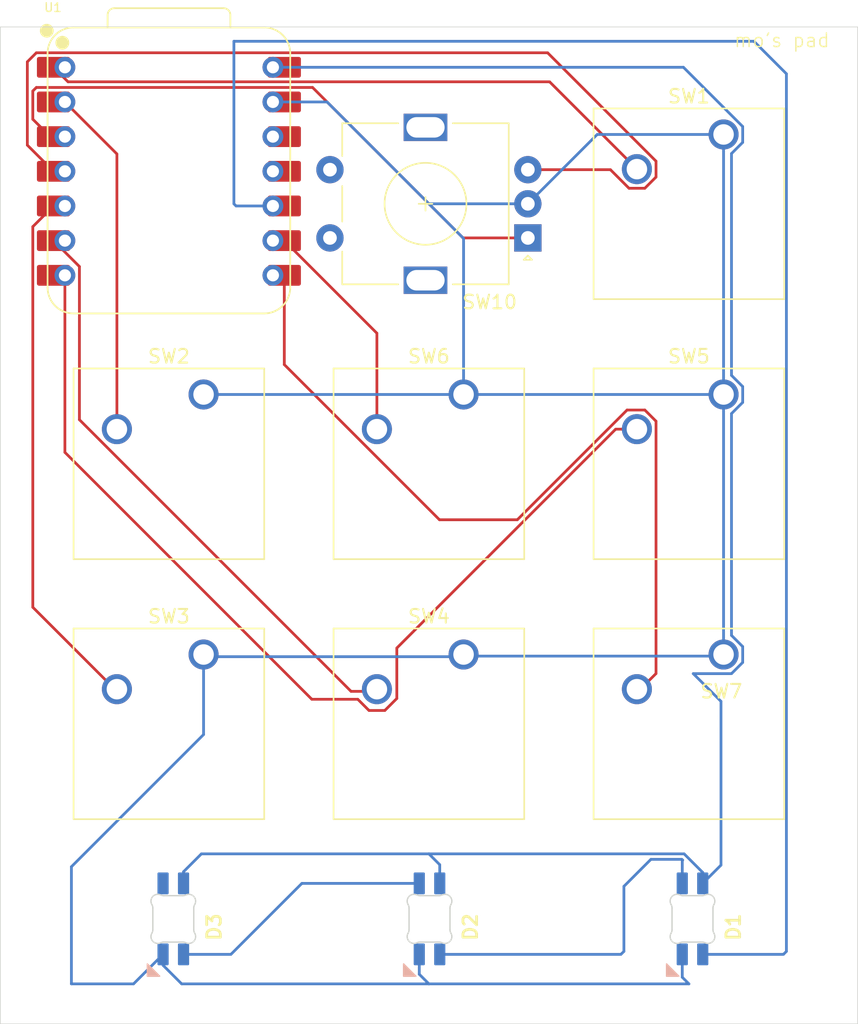
<source format=kicad_pcb>
(kicad_pcb (version 20241229) (generator "pcbnew") (generator_version "9.0")
  (layers (0 "F.Cu" signal) (2 "B.Cu" signal) (13 "F.Paste" user) (15 "B.Paste" user) (5 "F.SilkS" user "F.Silkscreen") (7 "B.SilkS" user "B.Silkscreen") (1 "F.Mask" user) (3 "B.Mask" user) (25 "Edge.Cuts" user))
  (net 0 "")
  (net 1 "GND")
  (net 2 "Net-(D1-DOUT)")
  (net 3 "SW1")
  (net 4 "SW2")
  (net 5 "SW3")
  (net 6 "SW4")
  (net 7 "SW5")
  (net 8 "SW6")
  (net 9 "SW7")
  (net 10 "Net-(D1-DIN)")
  (net 11 "to VBUS")
  (net 12 "Net-(D2-DOUT)")
  (net 15 "rotary-B")
  (net 16 "rotary-A")
  (footprint "Button_Switch_Keyboard:SW_Cherry_MX_1.00u_PCB" (layer "F.Cu") (at 59.69 56.8325)
    (property "Reference" "SW2" (at -2.54 -2.794 0) (layer "F.SilkS"))
    (property "Value" "SW_Push")
    (fp_line (start -9.525 -1.905) (end 4.445 -1.905) (stroke (width 0.12)) (layer "F.SilkS"))
    (fp_line (start -9.525 12.065) (end -9.525 -1.905) (stroke (width 0.12)) (layer "F.SilkS"))
    (fp_line (start 4.445 -1.905) (end 4.445 12.065) (stroke (width 0.12)) (layer "F.SilkS"))
    (fp_line (start 4.445 12.065) (end -9.525 12.065) (stroke (width 0.12)) (layer "F.SilkS"))
    (pad "" np_thru_hole circle (at -7.62 5.08) (size 1.7 1.7) (drill 1.7) (layers "*.Cu" "*.Mask"))
    (pad "" np_thru_hole circle (at -2.54 5.08) (size 4 4) (drill 4) (layers "*.Cu" "*.Mask"))
    (pad "" np_thru_hole circle (at 2.54 5.08) (size 1.7 1.7) (drill 1.7) (layers "*.Cu" "*.Mask"))
    (pad "1" thru_hole circle (at 0 0) (size 2.2 2.2) (drill 1.5) (layers "*.Cu" "*.Mask") (net 1 "GND"))
    (pad "2" thru_hole circle (at -6.35 2.54) (size 2.2 2.2) (drill 1.5) (layers "*.Cu" "*.Mask") (net 4 "SW2"))
  )
  (footprint "Button_Switch_Keyboard:SW_Cherry_MX_1.00u_PCB" (layer "F.Cu") (at 78.74 56.8325)
    (property "Reference" "SW6" (at -2.54 -2.794 0) (layer "F.SilkS"))
    (property "Value" "SW_Push")
    (fp_line (start -9.525 -1.905) (end 4.445 -1.905) (stroke (width 0.12)) (layer "F.SilkS"))
    (fp_line (start -9.525 12.065) (end -9.525 -1.905) (stroke (width 0.12)) (layer "F.SilkS"))
    (fp_line (start 4.445 -1.905) (end 4.445 12.065) (stroke (width 0.12)) (layer "F.SilkS"))
    (fp_line (start 4.445 12.065) (end -9.525 12.065) (stroke (width 0.12)) (layer "F.SilkS"))
    (pad "" np_thru_hole circle (at -7.62 5.08) (size 1.7 1.7) (drill 1.7) (layers "*.Cu" "*.Mask"))
    (pad "" np_thru_hole circle (at -2.54 5.08) (size 4 4) (drill 4) (layers "*.Cu" "*.Mask"))
    (pad "" np_thru_hole circle (at 2.54 5.08) (size 1.7 1.7) (drill 1.7) (layers "*.Cu" "*.Mask"))
    (pad "1" thru_hole circle (at 0 0) (size 2.2 2.2) (drill 1.5) (layers "*.Cu" "*.Mask") (net 1 "GND"))
    (pad "2" thru_hole circle (at -6.35 2.54) (size 2.2 2.2) (drill 1.5) (layers "*.Cu" "*.Mask") (net 8 "SW6"))
  )
  (footprint "SKIMINI-E:SK6812MINI-E_fixed" (layer "F.Cu") (at 76.141618 95.25 -90)
    (property "Reference" "D2" (at 0.6 -3.1 90) (layer "F.SilkS") (effects (font (thickness 0.2) (bold yes))))
    (property "Value" "SK6812MINI-E")
    (fp_poly (pts (xy 4.200001 0.897158) (xy 3.300001 1.797158) (xy 4.200001 1.797158)) (stroke (width 0.1)) (fill yes) (layer "B.SilkS"))
    (fp_line (start 0.794453 1.397158) (end -0.794451 1.397158) (stroke (width 0.1)) (layer "Edge.Cuts"))
    (fp_line (start -1.699998 0.6) (end -1.699998 -0.805684) (stroke (width 0.1)) (layer "Edge.Cuts"))
    (fp_line (start 1.7 -0.805684) (end 1.7 0.6) (stroke (width 0.1)) (layer "Edge.Cuts"))
    (fp_line (start -0.794451 -1.602841) (end 0.794454 -1.602841) (stroke (width 0.1)) (layer "Edge.Cuts"))
    (fp_arc (start -1.046709 1.465457) (mid -0.925121 1.414535) (end -0.794451 1.397158) (stroke (width 0.1)) (layer "Edge.Cuts"))
    (fp_arc (start -1.04671 1.465455) (mid -1.638069 1.401192) (end -1.749483 0.816878) (stroke (width 0.1)) (layer "Edge.Cuts"))
    (fp_arc (start 0.794453 1.397158) (mid 0.925124 1.414535) (end 1.046712 1.465457) (stroke (width 0.1)) (layer "Edge.Cuts"))
    (fp_arc (start 1.749485 0.816878) (mid 1.712528 0.711226) (end 1.7 0.6) (stroke (width 0.1)) (layer "Edge.Cuts"))
    (fp_arc (start 1.749485 0.816877) (mid 1.638073 1.401193) (end 1.046712 1.465457) (stroke (width 0.1)) (layer "Edge.Cuts"))
    (fp_arc (start -1.699998 0.600001) (mid -1.712526 0.711226) (end -1.749483 0.816878) (stroke (width 0.1)) (layer "Edge.Cuts"))
    (fp_arc (start 1.7 -0.805685) (mid 1.712528 -0.91691) (end 1.749485 -1.022562) (stroke (width 0.1)) (layer "Edge.Cuts"))
    (fp_arc (start -1.749483 -1.022562) (mid -1.712526 -0.91691) (end -1.699998 -0.805684) (stroke (width 0.1)) (layer "Edge.Cuts"))
    (fp_arc (start -1.749483 -1.022562) (mid -1.63807 -1.606877) (end -1.04671 -1.671141) (stroke (width 0.1)) (layer "Edge.Cuts"))
    (fp_arc (start -0.794452 -1.602842) (mid -0.925122 -1.620219) (end -1.04671 -1.671141) (stroke (width 0.1)) (layer "Edge.Cuts"))
    (fp_arc (start 1.046712 -1.67114) (mid 1.638072 -1.606876) (end 1.749485 -1.022562) (stroke (width 0.1)) (layer "Edge.Cuts"))
    (fp_arc (start 1.046712 -1.67114) (mid 0.925124 -1.620218) (end 0.794454 -1.602841) (stroke (width 0.1)) (layer "Edge.Cuts"))
    (pad "1" smd roundrect (at -2.599999 -0.852842 180) (size 0.82 1.6) (layers "B.Cu" "B.Mask" "B.Paste") (roundrect_rratio 0.1) (net 11 "to VBUS"))
    (pad "2" smd roundrect (at -2.599999 0.647158 180) (size 0.82 1.6) (layers "B.Cu" "B.Mask" "B.Paste") (roundrect_rratio 0.1) (net 12 "Net-(D2-DOUT)"))
    (pad "3" smd roundrect (at 2.600001 0.647158 180) (size 0.82 1.6) (layers "B.Cu" "B.Mask" "B.Paste") (roundrect_rratio 0.1) (net 1 "GND"))
    (pad "4" smd roundrect (at 2.600001 -0.852842 180) (size 0.82 1.6) (layers "B.Cu" "B.Mask" "B.Paste") (roundrect_rratio 0.1) (net 2 "Net-(D1-DOUT)"))
  )
  (footprint "Button_Switch_Keyboard:SW_Cherry_MX_1.00u_PCB" (layer "F.Cu") (at 97.79 56.8325)
    (property "Reference" "SW5" (at -2.54 -2.794 0) (layer "F.SilkS"))
    (property "Value" "SW_Push")
    (fp_line (start -9.525 -1.905) (end 4.445 -1.905) (stroke (width 0.12)) (layer "F.SilkS"))
    (fp_line (start -9.525 12.065) (end -9.525 -1.905) (stroke (width 0.12)) (layer "F.SilkS"))
    (fp_line (start 4.445 -1.905) (end 4.445 12.065) (stroke (width 0.12)) (layer "F.SilkS"))
    (fp_line (start 4.445 12.065) (end -9.525 12.065) (stroke (width 0.12)) (layer "F.SilkS"))
    (pad "" np_thru_hole circle (at -7.62 5.08) (size 1.7 1.7) (drill 1.7) (layers "*.Cu" "*.Mask"))
    (pad "" np_thru_hole circle (at -2.54 5.08) (size 4 4) (drill 4) (layers "*.Cu" "*.Mask"))
    (pad "" np_thru_hole circle (at 2.54 5.08) (size 1.7 1.7) (drill 1.7) (layers "*.Cu" "*.Mask"))
    (pad "1" thru_hole circle (at 0 0) (size 2.2 2.2) (drill 1.5) (layers "*.Cu" "*.Mask") (net 1 "GND"))
    (pad "2" thru_hole circle (at -6.35 2.54) (size 2.2 2.2) (drill 1.5) (layers "*.Cu" "*.Mask") (net 7 "SW5"))
  )
  (footprint "Button_Switch_Keyboard:SW_Cherry_MX_1.00u_PCB" (layer "F.Cu") (at 78.74 75.8825)
    (property "Reference" "SW4" (at -2.54 -2.794 0) (layer "F.SilkS"))
    (property "Value" "SW_Push")
    (fp_line (start -9.525 -1.905) (end 4.445 -1.905) (stroke (width 0.12)) (layer "F.SilkS"))
    (fp_line (start -9.525 12.065) (end -9.525 -1.905) (stroke (width 0.12)) (layer "F.SilkS"))
    (fp_line (start 4.445 -1.905) (end 4.445 12.065) (stroke (width 0.12)) (layer "F.SilkS"))
    (fp_line (start 4.445 12.065) (end -9.525 12.065) (stroke (width 0.12)) (layer "F.SilkS"))
    (pad "" np_thru_hole circle (at -7.62 5.08) (size 1.7 1.7) (drill 1.7) (layers "*.Cu" "*.Mask"))
    (pad "" np_thru_hole circle (at -2.54 5.08) (size 4 4) (drill 4) (layers "*.Cu" "*.Mask"))
    (pad "" np_thru_hole circle (at 2.54 5.08) (size 1.7 1.7) (drill 1.7) (layers "*.Cu" "*.Mask"))
    (pad "1" thru_hole circle (at 0 0) (size 2.2 2.2) (drill 1.5) (layers "*.Cu" "*.Mask") (net 1 "GND"))
    (pad "2" thru_hole circle (at -6.35 2.54) (size 2.2 2.2) (drill 1.5) (layers "*.Cu" "*.Mask") (net 6 "SW4"))
  )
  (footprint "Button_Switch_Keyboard:SW_Cherry_MX_1.00u_PCB" (layer "F.Cu") (at 59.69 75.8825)
    (property "Reference" "SW3" (at -2.54 -2.794 0) (layer "F.SilkS"))
    (property "Value" "SW_Push")
    (fp_line (start -9.525 -1.905) (end 4.445 -1.905) (stroke (width 0.12)) (layer "F.SilkS"))
    (fp_line (start -9.525 12.065) (end -9.525 -1.905) (stroke (width 0.12)) (layer "F.SilkS"))
    (fp_line (start 4.445 -1.905) (end 4.445 12.065) (stroke (width 0.12)) (layer "F.SilkS"))
    (fp_line (start 4.445 12.065) (end -9.525 12.065) (stroke (width 0.12)) (layer "F.SilkS"))
    (pad "" np_thru_hole circle (at -7.62 5.08) (size 1.7 1.7) (drill 1.7) (layers "*.Cu" "*.Mask"))
    (pad "" np_thru_hole circle (at -2.54 5.08) (size 4 4) (drill 4) (layers "*.Cu" "*.Mask"))
    (pad "" np_thru_hole circle (at 2.54 5.08) (size 1.7 1.7) (drill 1.7) (layers "*.Cu" "*.Mask"))
    (pad "1" thru_hole circle (at 0 0) (size 2.2 2.2) (drill 1.5) (layers "*.Cu" "*.Mask") (net 1 "GND"))
    (pad "2" thru_hole circle (at -6.35 2.54) (size 2.2 2.2) (drill 1.5) (layers "*.Cu" "*.Mask") (net 5 "SW3"))
  )
  (footprint "Button_Switch_Keyboard:SW_Cherry_MX_1.00u_PCB" (layer "F.Cu") (at 97.79 37.7825)
    (property "Reference" "SW1" (at -2.54 -2.794 0) (layer "F.SilkS"))
    (property "Value" "SW_Push")
    (fp_line (start -9.525 -1.905) (end 4.445 -1.905) (stroke (width 0.12)) (layer "F.SilkS"))
    (fp_line (start -9.525 12.065) (end -9.525 -1.905) (stroke (width 0.12)) (layer "F.SilkS"))
    (fp_line (start 4.445 -1.905) (end 4.445 12.065) (stroke (width 0.12)) (layer "F.SilkS"))
    (fp_line (start 4.445 12.065) (end -9.525 12.065) (stroke (width 0.12)) (layer "F.SilkS"))
    (pad "" np_thru_hole circle (at -7.62 5.08) (size 1.7 1.7) (drill 1.7) (layers "*.Cu" "*.Mask"))
    (pad "" np_thru_hole circle (at -2.54 5.08) (size 4 4) (drill 4) (layers "*.Cu" "*.Mask"))
    (pad "" np_thru_hole circle (at 2.54 5.08) (size 1.7 1.7) (drill 1.7) (layers "*.Cu" "*.Mask"))
    (pad "1" thru_hole circle (at 0 0) (size 2.2 2.2) (drill 1.5) (layers "*.Cu" "*.Mask") (net 1 "GND"))
    (pad "2" thru_hole circle (at -6.35 2.54) (size 2.2 2.2) (drill 1.5) (layers "*.Cu" "*.Mask") (net 3 "SW1"))
  )
  (footprint "OPL_foot:XIAO-RP2040-DIP" (layer "F.Cu") (at 57.15 40.48125)
    (property "Reference" "U1" (at -8.5 -12 0) (layer "F.SilkS") (effects (font (size 0.635 0.635) (thickness 0.1016))))
    (property "Value" "XIAO-RP2040-DIP")
    (fp_line (start -8.89 8.509) (end -8.89 -8.636) (stroke (width 0.127)) (layer "F.SilkS"))
    (fp_line (start -6.985 10.414) (end 6.985 10.414) (stroke (width 0.127)) (layer "F.SilkS"))
    (fp_line (start -4.495 -10.541) (end -4.491272 -11.451272) (stroke (width 0.127)) (layer "F.SilkS"))
    (fp_line (start -3.991272 -11.951) (end 4.004 -11.951) (stroke (width 0.127)) (layer "F.SilkS"))
    (fp_line (start 4.504 -11.451) (end 4.504 -10.541) (stroke (width 0.127)) (layer "F.SilkS"))
    (fp_line (start 6.985 -10.541) (end -6.985 -10.541) (stroke (width 0.1)) (layer "F.SilkS"))
    (fp_line (start 6.985 -10.541) (end -6.985 -10.541) (stroke (width 0.127)) (layer "F.SilkS"))
    (fp_line (start 8.89 8.509) (end 8.89 -8.636) (stroke (width 0.127)) (layer "F.SilkS"))
    (fp_arc (start -8.89 -8.636) (mid -8.332038 -9.983038) (end -6.985 -10.541) (stroke (width 0.127)) (layer "F.SilkS"))
    (fp_arc (start -6.985 10.414) (mid -8.332038 9.856038) (end -8.89 8.509) (stroke (width 0.127)) (layer "F.SilkS"))
    (fp_arc (start -4.491272 -11.451272) (mid -4.344728 -11.80464) (end -3.991272 -11.951) (stroke (width 0.127)) (layer "F.SilkS"))
    (fp_arc (start 4.004 -11.951) (mid 4.357553 -11.804553) (end 4.504 -11.451) (stroke (width 0.127)) (layer "F.SilkS"))
    (fp_arc (start 6.985 -10.541) (mid 8.332038 -9.983038) (end 8.89 -8.636) (stroke (width 0.127)) (layer "F.SilkS"))
    (fp_arc (start 8.89 8.509) (mid 8.332038 9.856038) (end 6.985 10.414) (stroke (width 0.127)) (layer "F.SilkS"))
    (fp_circle (center -8.95 -10.3) (end -8.95 -10.554) (stroke (width 0.5)) (fill yes) (layer "F.SilkS"))
    (fp_circle (center -7.807 -9.42) (end -7.807 -9.674) (stroke (width 0.5)) (fill yes) (layer "F.SilkS"))
    (pad "1" smd roundrect (at -8.455 -7.62 180) (size 2.432 1.524) (layers "F.Cu" "F.Mask") (roundrect_rratio 0.1) (net 3 "SW1"))
    (pad "1" thru_hole circle (at -7.62 -7.62 180) (size 1.524 1.524) (drill 0.889) (layers "*.Cu" "*.Mask") (net 3 "SW1"))
    (pad "2" smd roundrect (at -8.455 -5.08 180) (size 2.432 1.524) (layers "F.Cu" "F.Mask") (roundrect_rratio 0.1) (net 4 "SW2"))
    (pad "2" thru_hole circle (at -7.62 -5.08 180) (size 1.524 1.524) (drill 0.889) (layers "*.Cu" "*.Mask") (net 4 "SW2"))
    (pad "3" smd roundrect (at -8.455 -2.54 180) (size 2.432 1.524) (layers "F.Cu" "F.Mask") (roundrect_rratio 0.1) (net 16 "rotary-A"))
    (pad "3" thru_hole circle (at -7.62 -2.54 180) (size 1.524 1.524) (drill 0.889) (layers "*.Cu" "*.Mask") (net 16 "rotary-A"))
    (pad "4" smd roundrect (at -8.455 0 180) (size 2.432 1.524) (layers "F.Cu" "F.Mask") (roundrect_rratio 0.1) (net 15 "rotary-B"))
    (pad "4" thru_hole circle (at -7.62 0 180) (size 1.524 1.524) (drill 0.889) (layers "*.Cu" "*.Mask") (net 15 "rotary-B"))
    (pad "5" smd roundrect (at -8.455 2.54 180) (size 2.432 1.524) (layers "F.Cu" "F.Mask") (roundrect_rratio 0.1) (net 5 "SW3"))
    (pad "5" thru_hole circle (at -7.62 2.54 180) (size 1.524 1.524) (drill 0.889) (layers "*.Cu" "*.Mask") (net 5 "SW3"))
    (pad "6" smd roundrect (at -8.455 5.08 180) (size 2.432 1.524) (layers "F.Cu" "F.Mask") (roundrect_rratio 0.1) (net 6 "SW4"))
    (pad "6" thru_hole circle (at -7.62 5.08 180) (size 1.524 1.524) (drill 0.889) (layers "*.Cu" "*.Mask") (net 6 "SW4"))
    (pad "7" smd roundrect (at -8.455 7.62 180) (size 2.432 1.524) (layers "F.Cu" "F.Mask") (roundrect_rratio 0.1) (net 7 "SW5"))
    (pad "7" thru_hole circle (at -7.62 7.62 180) (size 1.524 1.524) (drill 0.889) (layers "*.Cu" "*.Mask") (net 7 "SW5"))
    (pad "8" thru_hole circle (at 7.62 7.62) (size 1.524 1.524) (drill 0.889) (layers "*.Cu" "*.Mask") (net 9 "SW7"))
    (pad "8" smd roundrect (at 8.455 7.62) (size 2.432 1.524) (layers "F.Cu" "F.Mask") (roundrect_rratio 0.1) (net 9 "SW7"))
    (pad "9" thru_hole circle (at 7.62 5.08) (size 1.524 1.524) (drill 0.889) (layers "*.Cu" "*.Mask") (net 8 "SW6"))
    (pad "9" smd roundrect (at 8.455 5.08) (size 2.432 1.524) (layers "F.Cu" "F.Mask") (roundrect_rratio 0.1) (net 8 "SW6"))
    (pad "10" thru_hole circle (at 7.62 2.54) (size 1.524 1.524) (drill 0.889) (layers "*.Cu" "*.Mask") (net 10 "Net-(D1-DIN)"))
    (pad "10" smd roundrect (at 8.455 2.54) (size 2.432 1.524) (layers "F.Cu" "F.Mask") (roundrect_rratio 0.1) (net 10 "Net-(D1-DIN)"))
    (pad "11" thru_hole circle (at 7.62 0) (size 1.524 1.524) (drill 0.889) (layers "*.Cu" "*.Mask"))
    (pad "11" smd roundrect (at 8.455 0) (size 2.432 1.524) (layers "F.Cu" "F.Mask") (roundrect_rratio 0.1))
    (pad "12" thru_hole circle (at 7.62 -2.54) (size 1.524 1.524) (drill 0.889) (layers "*.Cu" "*.Mask"))
    (pad "12" smd roundrect (at 8.455 -2.54) (size 2.432 1.524) (layers "F.Cu" "F.Mask") (roundrect_rratio 0.1))
    (pad "13" thru_hole circle (at 7.62 -5.08) (size 1.524 1.524) (drill 0.889) (layers "*.Cu" "*.Mask") (net 1 "GND"))
    (pad "13" smd roundrect (at 8.455 -5.08) (size 2.432 1.524) (layers "F.Cu" "F.Mask") (roundrect_rratio 0.1) (net 1 "GND"))
    (pad "14" thru_hole circle (at 7.62 -7.62) (size 1.524 1.524) (drill 0.889) (layers "*.Cu" "*.Mask") (net 11 "to VBUS"))
    (pad "14" smd roundrect (at 8.455 -7.62) (size 2.432 1.524) (layers "F.Cu" "F.Mask") (roundrect_rratio 0.1) (net 11 "to VBUS"))
  )
  (footprint "Rotary_Encoder:RotaryEncoder_Alps_EC11E-Switch_Vertical_H20mm" (layer "F.Cu") (at 83.45 45.3625 180)
    (property "Reference" "SW10" (at 2.8 -4.7 0) (layer "F.SilkS"))
    (property "Value" "RotaryEncoder")
    (fp_line (start 13.6 8.4) (end 9.5 8.4) (stroke (width 0.12)) (layer "F.SilkS"))
    (fp_line (start 13.6 6) (end 13.6 8.4) (stroke (width 0.12)) (layer "F.SilkS"))
    (fp_line (start 13.6 1.2) (end 13.6 3.8) (stroke (width 0.12)) (layer "F.SilkS"))
    (fp_line (start 13.6 -3.4) (end 13.6 -1) (stroke (width 0.12)) (layer "F.SilkS"))
    (fp_line (start 9.5 -3.4) (end 13.6 -3.4) (stroke (width 0.12)) (layer "F.SilkS"))
    (fp_line (start 7.5 2) (end 7.5 3) (stroke (width 0.12)) (layer "F.SilkS"))
    (fp_line (start 7 2.5) (end 8 2.5) (stroke (width 0.12)) (layer "F.SilkS"))
    (fp_line (start 5.5 8.4) (end 1.4 8.4) (stroke (width 0.12)) (layer "F.SilkS"))
    (fp_line (start 5.5 -3.4) (end 1.4 -3.4) (stroke (width 0.12)) (layer "F.SilkS"))
    (fp_line (start 1.4 -3.4) (end 1.4 8.4) (stroke (width 0.12)) (layer "F.SilkS"))
    (fp_line (start 0.3 -1.6) (end 0 -1.3) (stroke (width 0.12)) (layer "F.SilkS"))
    (fp_line (start 0 -1.3) (end -0.3 -1.6) (stroke (width 0.12)) (layer "F.SilkS"))
    (fp_line (start -0.3 -1.6) (end 0.3 -1.6) (stroke (width 0.12)) (layer "F.SilkS"))
    (fp_circle (center 7.5 2.5) (end 10.5 2.5) (stroke (width 0.12)) (fill no) (layer "F.SilkS"))
    (pad "A" thru_hole rect (at 0 0 180) (size 2 2) (drill 1) (layers "*.Cu" "*.Mask") (net 16 "rotary-A"))
    (pad "B" thru_hole circle (at 0 5 180) (size 2 2) (drill 1) (layers "*.Cu" "*.Mask") (net 15 "rotary-B"))
    (pad "C" thru_hole circle (at 0 2.5 180) (size 2 2) (drill 1) (layers "*.Cu" "*.Mask") (net 1 "GND"))
    (pad "MP" thru_hole rect (at 7.5 -3.1 180) (size 3.2 2) (drill oval 2.8 1.5) (layers "*.Cu" "*.Mask"))
    (pad "MP" thru_hole rect (at 7.5 8.1 180) (size 3.2 2) (drill oval 2.8 1.5) (layers "*.Cu" "*.Mask"))
    (pad "S1" thru_hole circle (at 14.5 5 180) (size 2 2) (drill 1) (layers "*.Cu" "*.Mask"))
    (pad "S2" thru_hole circle (at 14.5 0 180) (size 2 2) (drill 1) (layers "*.Cu" "*.Mask"))
  )
  (footprint "SKIMINI-E:SK6812MINI-E_fixed" (layer "F.Cu") (at 57.368751 95.25 -90)
    (property "Reference" "D3" (at 0.6 -3.1 90) (layer "F.SilkS") (effects (font (thickness 0.2) (bold yes))))
    (property "Value" "SK6812MINI-E")
    (fp_poly (pts (xy 4.200001 0.897158) (xy 3.300001 1.797158) (xy 4.200001 1.797158)) (stroke (width 0.1)) (fill yes) (layer "B.SilkS"))
    (fp_line (start 0.794453 1.397158) (end -0.794451 1.397158) (stroke (width 0.1)) (layer "Edge.Cuts"))
    (fp_line (start -1.699998 0.6) (end -1.699998 -0.805684) (stroke (width 0.1)) (layer "Edge.Cuts"))
    (fp_line (start 1.7 -0.805684) (end 1.7 0.6) (stroke (width 0.1)) (layer "Edge.Cuts"))
    (fp_line (start -0.794451 -1.602841) (end 0.794454 -1.602841) (stroke (width 0.1)) (layer "Edge.Cuts"))
    (fp_arc (start -1.046709 1.465457) (mid -0.925121 1.414535) (end -0.794451 1.397158) (stroke (width 0.1)) (layer "Edge.Cuts"))
    (fp_arc (start -1.04671 1.465455) (mid -1.638069 1.401192) (end -1.749483 0.816878) (stroke (width 0.1)) (layer "Edge.Cuts"))
    (fp_arc (start 0.794453 1.397158) (mid 0.925124 1.414535) (end 1.046712 1.465457) (stroke (width 0.1)) (layer "Edge.Cuts"))
    (fp_arc (start 1.749485 0.816878) (mid 1.712528 0.711226) (end 1.7 0.6) (stroke (width 0.1)) (layer "Edge.Cuts"))
    (fp_arc (start 1.749485 0.816877) (mid 1.638073 1.401193) (end 1.046712 1.465457) (stroke (width 0.1)) (layer "Edge.Cuts"))
    (fp_arc (start -1.699998 0.600001) (mid -1.712526 0.711226) (end -1.749483 0.816878) (stroke (width 0.1)) (layer "Edge.Cuts"))
    (fp_arc (start 1.7 -0.805685) (mid 1.712528 -0.91691) (end 1.749485 -1.022562) (stroke (width 0.1)) (layer "Edge.Cuts"))
    (fp_arc (start -1.749483 -1.022562) (mid -1.712526 -0.91691) (end -1.699998 -0.805684) (stroke (width 0.1)) (layer "Edge.Cuts"))
    (fp_arc (start -1.749483 -1.022562) (mid -1.63807 -1.606877) (end -1.04671 -1.671141) (stroke (width 0.1)) (layer "Edge.Cuts"))
    (fp_arc (start -0.794452 -1.602842) (mid -0.925122 -1.620219) (end -1.04671 -1.671141) (stroke (width 0.1)) (layer "Edge.Cuts"))
    (fp_arc (start 1.046712 -1.67114) (mid 1.638072 -1.606876) (end 1.749485 -1.022562) (stroke (width 0.1)) (layer "Edge.Cuts"))
    (fp_arc (start 1.046712 -1.67114) (mid 0.925124 -1.620218) (end 0.794454 -1.602841) (stroke (width 0.1)) (layer "Edge.Cuts"))
    (pad "1" smd roundrect (at -2.599999 -0.852842 180) (size 0.82 1.6) (layers "B.Cu" "B.Mask" "B.Paste") (roundrect_rratio 0.1) (net 11 "to VBUS"))
    (pad "2" smd roundrect (at -2.599999 0.647158 180) (size 0.82 1.6) (layers "B.Cu" "B.Mask" "B.Paste") (roundrect_rratio 0.1))
    (pad "3" smd roundrect (at 2.600001 0.647158 180) (size 0.82 1.6) (layers "B.Cu" "B.Mask" "B.Paste") (roundrect_rratio 0.1) (net 1 "GND"))
    (pad "4" smd roundrect (at 2.600001 -0.852842 180) (size 0.82 1.6) (layers "B.Cu" "B.Mask" "B.Paste") (roundrect_rratio 0.1) (net 12 "Net-(D2-DOUT)"))
  )
  (footprint "SKIMINI-E:SK6812MINI-E_fixed" (layer "F.Cu") (at 95.410369 95.25 -90)
    (property "Reference" "D1" (at 0.6 -3.1 90) (layer "F.SilkS") (effects (font (thickness 0.2) (bold yes))))
    (property "Value" "SK6812MINI-E")
    (fp_poly (pts (xy 4.200001 0.897158) (xy 3.300001 1.797158) (xy 4.200001 1.797158)) (stroke (width 0.1)) (fill yes) (layer "B.SilkS"))
    (fp_line (start 0.794453 1.397158) (end -0.794451 1.397158) (stroke (width 0.1)) (layer "Edge.Cuts"))
    (fp_line (start -1.699998 0.6) (end -1.699998 -0.805684) (stroke (width 0.1)) (layer "Edge.Cuts"))
    (fp_line (start 1.7 -0.805684) (end 1.7 0.6) (stroke (width 0.1)) (layer "Edge.Cuts"))
    (fp_line (start -0.794451 -1.602841) (end 0.794454 -1.602841) (stroke (width 0.1)) (layer "Edge.Cuts"))
    (fp_arc (start -1.046709 1.465457) (mid -0.925121 1.414535) (end -0.794451 1.397158) (stroke (width 0.1)) (layer "Edge.Cuts"))
    (fp_arc (start -1.04671 1.465455) (mid -1.638069 1.401192) (end -1.749483 0.816878) (stroke (width 0.1)) (layer "Edge.Cuts"))
    (fp_arc (start 0.794453 1.397158) (mid 0.925124 1.414535) (end 1.046712 1.465457) (stroke (width 0.1)) (layer "Edge.Cuts"))
    (fp_arc (start 1.749485 0.816878) (mid 1.712528 0.711226) (end 1.7 0.6) (stroke (width 0.1)) (layer "Edge.Cuts"))
    (fp_arc (start 1.749485 0.816877) (mid 1.638073 1.401193) (end 1.046712 1.465457) (stroke (width 0.1)) (layer "Edge.Cuts"))
    (fp_arc (start -1.699998 0.600001) (mid -1.712526 0.711226) (end -1.749483 0.816878) (stroke (width 0.1)) (layer "Edge.Cuts"))
    (fp_arc (start 1.7 -0.805685) (mid 1.712528 -0.91691) (end 1.749485 -1.022562) (stroke (width 0.1)) (layer "Edge.Cuts"))
    (fp_arc (start -1.749483 -1.022562) (mid -1.712526 -0.91691) (end -1.699998 -0.805684) (stroke (width 0.1)) (layer "Edge.Cuts"))
    (fp_arc (start -1.749483 -1.022562) (mid -1.63807 -1.606877) (end -1.04671 -1.671141) (stroke (width 0.1)) (layer "Edge.Cuts"))
    (fp_arc (start -0.794452 -1.602842) (mid -0.925122 -1.620219) (end -1.04671 -1.671141) (stroke (width 0.1)) (layer "Edge.Cuts"))
    (fp_arc (start 1.046712 -1.67114) (mid 1.638072 -1.606876) (end 1.749485 -1.022562) (stroke (width 0.1)) (layer "Edge.Cuts"))
    (fp_arc (start 1.046712 -1.67114) (mid 0.925124 -1.620218) (end 0.794454 -1.602841) (stroke (width 0.1)) (layer "Edge.Cuts"))
    (pad "1" smd roundrect (at -2.599999 -0.852842 180) (size 0.82 1.6) (layers "B.Cu" "B.Mask" "B.Paste") (roundrect_rratio 0.1) (net 11 "to VBUS"))
    (pad "2" smd roundrect (at -2.599999 0.647158 180) (size 0.82 1.6) (layers "B.Cu" "B.Mask" "B.Paste") (roundrect_rratio 0.1) (net 2 "Net-(D1-DOUT)"))
    (pad "3" smd roundrect (at 2.600001 0.647158 180) (size 0.82 1.6) (layers "B.Cu" "B.Mask" "B.Paste") (roundrect_rratio 0.1) (net 1 "GND"))
    (pad "4" smd roundrect (at 2.600001 -0.852842 180) (size 0.82 1.6) (layers "B.Cu" "B.Mask" "B.Paste") (roundrect_rratio 0.1) (net 10 "Net-(D1-DIN)"))
  )
  (footprint "Button_Switch_Keyboard:SW_Cherry_MX_1.00u_PCB" (layer "F.Cu") (at 97.79 75.8825)
    (property "Reference" "SW7" (at -0.15875 2.69875 0) (layer "F.SilkS"))
    (property "Value" "SW_Push" (hide yes))
    (fp_line (start -9.525 -1.905) (end 4.445 -1.905) (stroke (width 0.12)) (layer "F.SilkS"))
    (fp_line (start -9.525 12.065) (end -9.525 -1.905) (stroke (width 0.12)) (layer "F.SilkS"))
    (fp_line (start 4.445 -1.905) (end 4.445 12.065) (stroke (width 0.12)) (layer "F.SilkS"))
    (fp_line (start 4.445 12.065) (end -9.525 12.065) (stroke (width 0.12)) (layer "F.SilkS"))
    (pad "" np_thru_hole circle (at -7.62 5.08) (size 1.7 1.7) (drill 1.7) (layers "*.Cu" "*.Mask"))
    (pad "" np_thru_hole circle (at -2.54 5.08) (size 4 4) (drill 4) (layers "*.Cu" "*.Mask"))
    (pad "" np_thru_hole circle (at 2.54 5.08) (size 1.7 1.7) (drill 1.7) (layers "*.Cu" "*.Mask"))
    (pad "1" thru_hole circle (at 0 0) (size 2.2 2.2) (drill 1.5) (layers "*.Cu" "*.Mask") (net 1 "GND"))
    (pad "2" thru_hole circle (at -6.35 2.54) (size 2.2 2.2) (drill 1.5) (layers "*.Cu" "*.Mask") (net 9 "SW7"))
  )
  (gr_rect (start 44.79926 29.906751) (end 107.61497 102.940776) (stroke (width 0.05)) (fill no) (layer "Edge.Cuts"))
  (gr_text "mo's pad" (at 98.497312 31.469448 0) (layer "F.SilkS") (effects (font (size 1 1) (thickness 0.1)) (justify left bottom)))
  (segment (start 54.559094 100.0125) (end 50.00625 100.0125) (width 0.2) (layer "B.Cu") (net 1))
  (segment (start 78.781944 75.999621) (end 78.74 76.041565) (width 0.2) (layer "B.Cu") (net 1))
  (segment (start 50.00625 91.431066) (end 59.69 81.747316) (width 0.2) (layer "B.Cu") (net 1))
  (segment (start 68.73875 35.40125) (end 76.2 42.8625) (width 0.2) (layer "B.Cu") (net 1))
  (segment (start 83.45 42.8625) (end 88.53 37.7825) (width 0.2) (layer "B.Cu") (net 1))
  (segment (start 56.721593 97.850001) (end 54.559094 100.0125) (width 0.2) (layer "B.Cu") (net 1))
  (segment (start 97.79 37.7825) (end 97.79 56.8325) (width 0.2) (layer "B.Cu") (net 1))
  (segment (start 64.77 35.40125) (end 68.73875 35.40125) (width 0.2) (layer "B.Cu") (net 1))
  (segment (start 97.79 56.8325) (end 78.74 56.8325) (width 0.2) (layer "B.Cu") (net 1))
  (segment (start 78.74 56.8325) (end 59.69 56.8325) (width 0.2) (layer "B.Cu") (net 1))
  (segment (start 50.00625 100.0125) (end 50.00625 91.431066) (width 0.2) (layer "B.Cu") (net 1))
  (segment (start 76.2 42.8625) (end 83.45 42.8625) (width 0.2) (layer "B.Cu") (net 1))
  (segment (start 88.53 37.7825) (end 97.79 37.7825) (width 0.2) (layer "B.Cu") (net 1))
  (segment (start 56.721593 97.850001) (end 56.721593 98.650001) (width 0.2) (layer "B.Cu") (net 1))
  (segment (start 95.25 100.0125) (end 94.763211 99.525711) (width 0.2) (layer "B.Cu") (net 1))
  (segment (start 97.79 56.8325) (end 97.79 75.862071) (width 0.2) (layer "B.Cu") (net 1))
  (segment (start 78.74 56.8325) (end 78.74 45.4025) (width 0.2) (layer "B.Cu") (net 1))
  (segment (start 58.084092 100.0125) (end 76.2 100.0125) (width 0.2) (layer "B.Cu") (net 1))
  (segment (start 94.763211 99.525711) (end 94.763211 97.850001) (width 0.2) (layer "B.Cu") (net 1))
  (segment (start 56.721593 98.650001) (end 58.084092 100.0125) (width 0.2) (layer "B.Cu") (net 1))
  (segment (start 97.79 75.862071) (end 97.92755 75.999621) (width 0.2) (layer "B.Cu") (net 1))
  (segment (start 97.92755 75.999621) (end 78.781944 75.999621) (width 0.2) (layer "B.Cu") (net 1))
  (segment (start 75.49446 97.850001) (end 75.49446 99.30696) (width 0.2) (layer "B.Cu") (net 1))
  (segment (start 78.74 45.4025) (end 76.2 42.8625) (width 0.2) (layer "B.Cu") (net 1))
  (segment (start 59.69 81.747316) (end 59.69 75.8825) (width 0.2) (layer "B.Cu") (net 1))
  (segment (start 78.74 76.041565) (end 59.69 76.041565) (width 0.2) (layer "B.Cu") (net 1))
  (segment (start 76.2 100.0125) (end 95.25 100.0125) (width 0.2) (layer "B.Cu") (net 1))
  (segment (start 75.49446 99.30696) (end 76.2 100.0125) (width 0.2) (layer "B.Cu") (net 1))
  (segment (start 76.99446 97.850001) (end 90.268749 97.850001) (width 0.2) (layer "B.Cu") (net 2))
  (segment (start 92.46775 90.8885) (end 94.73461 90.8885) (width 0.2) (layer "B.Cu") (net 2))
  (segment (start 90.268749 97.850001) (end 90.4875 97.63125) (width 0.2) (layer "B.Cu") (net 2))
  (segment (start 90.4875 92.86875) (end 92.46775 90.8885) (width 0.2) (layer "B.Cu") (net 2))
  (segment (start 90.4875 97.63125) (end 90.4875 92.86875) (width 0.2) (layer "B.Cu") (net 2))
  (segment (start 94.73461 90.8885) (end 94.791805 90.945695) (width 0.2) (layer "B.Cu") (net 2))
  (segment (start 94.763211 90.974289) (end 94.763211 92.650001) (width 0.2) (layer "B.Cu") (net 2))
  (segment (start 94.791805 90.945695) (end 94.763211 90.974289) (width 0.2) (layer "B.Cu") (net 2))
  (segment (start 49.758 33.92425) (end 85.04175 33.92425) (width 0.2) (layer "F.Cu") (net 3))
  (segment (start 48.695 32.86125) (end 49.758 33.92425) (width 0.2) (layer "F.Cu") (net 3))
  (segment (start 85.04175 33.92425) (end 91.44 40.3225) (width 0.2) (layer "F.Cu") (net 3))
  (segment (start 53.34 39.21125) (end 53.34 59.3725) (width 0.2) (layer "F.Cu") (net 4))
  (segment (start 49.53 35.40125) (end 53.34 39.21125) (width 0.2) (layer "F.Cu") (net 4))
  (segment (start 48.695 43.02125) (end 47.178 44.53825) (width 0.2) (layer "F.Cu") (net 5))
  (segment (start 47.178 44.53825) (end 47.178 72.419565) (width 0.2) (layer "F.Cu") (net 5))
  (segment (start 47.178 72.419565) (end 53.34 78.581565) (width 0.2) (layer "F.Cu") (net 5))
  (segment (start 70.494249 78.581565) (end 72.39 78.581565) (width 0.2) (layer "F.Cu") (net 6))
  (segment (start 50.593 58.680316) (end 70.494249 78.581565) (width 0.2) (layer "F.Cu") (net 6))
  (segment (start 48.695 45.56125) (end 50.593 47.45925) (width 0.2) (layer "F.Cu") (net 6))
  (segment (start 50.593 47.45925) (end 50.593 58.680316) (width 0.2) (layer "F.Cu") (net 6))
  (segment (start 67.620909 79.161879) (end 70.989 79.161879) (width 0.2) (layer "F.Cu") (net 7))
  (segment (start 89.884366 59.3725) (end 91.44 59.3725) (width 0.2) (layer "F.Cu") (net 7))
  (segment (start 73.849 75.407866) (end 89.884366 59.3725) (width 0.2) (layer "F.Cu") (net 7))
  (segment (start 70.989 79.161879) (end 71.809686 79.982565) (width 0.2) (layer "F.Cu") (net 7))
  (segment (start 49.53 61.07097) (end 67.620909 79.161879) (width 0.2) (layer "F.Cu") (net 7))
  (segment (start 73.849 79.103879) (end 73.849 75.407866) (width 0.2) (layer "F.Cu") (net 7))
  (segment (start 72.970314 79.982565) (end 73.849 79.103879) (width 0.2) (layer "F.Cu") (net 7))
  (segment (start 71.809686 79.982565) (end 72.970314 79.982565) (width 0.2) (layer "F.Cu") (net 7))
  (segment (start 49.53 48.10125) (end 49.53 61.07097) (width 0.2) (layer "F.Cu") (net 7))
  (segment (start 65.605 45.56125) (end 72.39 52.34625) (width 0.2) (layer "F.Cu") (net 8))
  (segment (start 72.39 52.34625) (end 72.39 59.3725) (width 0.2) (layer "F.Cu") (net 8))
  (segment (start 65.605 48.10125) (end 65.605 54.642316) (width 0.2) (layer "F.Cu") (net 9))
  (segment (start 92.841 77.276171) (end 91.57755 78.539621) (width 0.2) (layer "F.Cu") (net 9))
  (segment (start 90.718266 57.9715) (end 92.020314 57.9715) (width 0.2) (layer "F.Cu") (net 9))
  (segment (start 82.679258 66.010508) (end 90.718266 57.9715) (width 0.2) (layer "F.Cu") (net 9))
  (segment (start 76.973192 66.010508) (end 82.679258 66.010508) (width 0.2) (layer "F.Cu") (net 9))
  (segment (start 92.841 58.792186) (end 92.841 77.276171) (width 0.2) (layer "F.Cu") (net 9))
  (segment (start 92.020314 57.9715) (end 92.841 58.792186) (width 0.2) (layer "F.Cu") (net 9))
  (segment (start 65.605 54.642316) (end 76.973192 66.010508) (width 0.2) (layer "F.Cu") (net 9))
  (segment (start 61.9125 30.95625) (end 61.9125 42.8625) (width 0.2) (layer "B.Cu") (net 10))
  (segment (start 61.9125 42.8625) (end 62.07125 43.02125) (width 0.2) (layer "B.Cu") (net 10))
  (segment (start 96.263211 97.850001) (end 102.174999 97.850001) (width 0.2) (layer "B.Cu") (net 10))
  (segment (start 100.0125 30.95625) (end 61.9125 30.95625) (width 0.2) (layer "B.Cu") (net 10))
  (segment (start 102.174999 97.850001) (end 102.39375 97.63125) (width 0.2) (layer "B.Cu") (net 10))
  (segment (start 102.39375 97.63125) (end 102.39375 33.3375) (width 0.2) (layer "B.Cu") (net 10))
  (segment (start 102.39375 33.3375) (end 100.0125 30.95625) (width 0.2) (layer "B.Cu") (net 10))
  (segment (start 62.07125 43.02125) (end 64.77 43.02125) (width 0.2) (layer "B.Cu") (net 10))
  (segment (start 64.77 32.86125) (end 65.605 32.86125) (width 0.2) (layer "F.Cu") (net 11))
  (segment (start 98.370314 77.2835) (end 99.191 76.462814) (width 0.2) (layer "B.Cu") (net 11))
  (segment (start 95.568314 77.2835) (end 98.370314 77.2835) (width 0.2) (layer "B.Cu") (net 11))
  (segment (start 99.191 75.302186) (end 98.370314 74.4815) (width 0.2) (layer "B.Cu") (net 11))
  (segment (start 98.370314 58.2335) (end 99.191 57.412814) (width 0.2) (layer "B.Cu") (net 11))
  (segment (start 99.191 38.362814) (end 99.191 37.202186) (width 0.2) (layer "B.Cu") (net 11))
  (segment (start 76.99446 91.28196) (end 76.2 90.4875) (width 0.2) (layer "B.Cu") (net 11))
  (segment (start 98.370314 74.4815) (end 98.370314 58.2335) (width 0.2) (layer "B.Cu") (net 11))
  (segment (start 99.191 57.412814) (end 99.191 56.252186) (width 0.2) (layer "B.Cu") (net 11))
  (segment (start 59.53125 90.4875) (end 58.221593 91.797157) (width 0.2) (layer "B.Cu") (net 11))
  (segment (start 98.370314 55.4315) (end 98.370314 39.1835) (width 0.2) (layer "B.Cu") (net 11))
  (segment (start 76.99446 92.650001) (end 76.99446 91.28196) (width 0.2) (layer "B.Cu") (net 11))
  (segment (start 76.2 90.4875) (end 59.53125 90.4875) (width 0.2) (layer "B.Cu") (net 11))
  (segment (start 99.191 56.252186) (end 98.370314 55.4315) (width 0.2) (layer "B.Cu") (net 11))
  (segment (start 97.601 79.316186) (end 95.568314 77.2835) (width 0.2) (layer "B.Cu") (net 11))
  (segment (start 58.221593 91.797157) (end 58.221593 92.650001) (width 0.2) (layer "B.Cu") (net 11))
  (segment (start 94.90071 90.4875) (end 76.2 90.4875) (width 0.2) (layer "B.Cu") (net 11))
  (segment (start 96.263211 92.650001) (end 97.601 91.312212) (width 0.2) (layer "B.Cu") (net 11))
  (segment (start 99.191 37.202186) (end 94.850064 32.86125) (width 0.2) (layer "B.Cu") (net 11))
  (segment (start 96.263211 92.650001) (end 96.263211 91.850001) (width 0.2) (layer "B.Cu") (net 11))
  (segment (start 99.191 76.462814) (end 99.191 75.302186) (width 0.2) (layer "B.Cu") (net 11))
  (segment (start 97.601 91.312212) (end 97.601 79.316186) (width 0.2) (layer "B.Cu") (net 11))
  (segment (start 96.263211 91.850001) (end 94.90071 90.4875) (width 0.2) (layer "B.Cu") (net 11))
  (segment (start 98.370314 39.1835) (end 99.191 38.362814) (width 0.2) (layer "B.Cu") (net 11))
  (segment (start 94.850064 32.86125) (end 64.77 32.86125) (width 0.2) (layer "B.Cu") (net 11))
  (segment (start 61.693749 97.850001) (end 58.221593 97.850001) (width 0.2) (layer "B.Cu") (net 12))
  (segment (start 75.49446 92.650001) (end 66.893749 92.650001) (width 0.2) (layer "B.Cu") (net 12))
  (segment (start 66.893749 92.650001) (end 61.693749 97.850001) (width 0.2) (layer "B.Cu") (net 12))
  (segment (start 46.777 38.56325) (end 46.777 32.460624) (width 0.2) (layer "F.Cu") (net 15))
  (segment (start 92.020314 41.7235) (end 90.859686 41.7235) (width 0.2) (layer "F.Cu") (net 15))
  (segment (start 48.695 40.48125) (end 46.777 38.56325) (width 0.2) (layer "F.Cu") (net 15))
  (segment (start 92.841 39.742186) (end 92.841 40.902814) (width 0.2) (layer "F.Cu") (net 15))
  (segment (start 89.498686 40.3625) (end 83.45 40.3625) (width 0.2) (layer "F.Cu") (net 15))
  (segment (start 46.777 32.460624) (end 47.439374 31.79825) (width 0.2) (layer "F.Cu") (net 15))
  (segment (start 84.897064 31.79825) (end 92.841 39.742186) (width 0.2) (layer "F.Cu") (net 15))
  (segment (start 47.439374 31.79825) (end 84.897064 31.79825) (width 0.2) (layer "F.Cu") (net 15))
  (segment (start 90.859686 41.7235) (end 89.498686 40.3625) (width 0.2) (layer "F.Cu") (net 15))
  (segment (start 92.841 40.902814) (end 92.020314 41.7235) (width 0.2) (layer "F.Cu") (net 15))
  (segment (start 49.53 37.94125) (end 48.45237 37.94125) (width 0.2) (layer "F.Cu") (net 16))
  (segment (start 47.439374 34.33825) (end 67.67575 34.33825) (width 0.2) (layer "F.Cu") (net 16))
  (segment (start 47.178 34.599624) (end 47.439374 34.33825) (width 0.2) (layer "F.Cu") (net 16))
  (segment (start 48.45237 37.94125) (end 47.178 36.66688) (width 0.2) (layer "F.Cu") (net 16))
  (segment (start 47.178 36.66688) (end 47.178 34.599624) (width 0.2) (layer "F.Cu") (net 16))
  (segment (start 67.67575 34.33825) (end 78.7 45.3625) (width 0.2) (layer "F.Cu") (net 16))
  (segment (start 78.7 45.3625) (end 83.45 45.3625) (width 0.2) (layer "F.Cu") (net 16))
)
</source>
